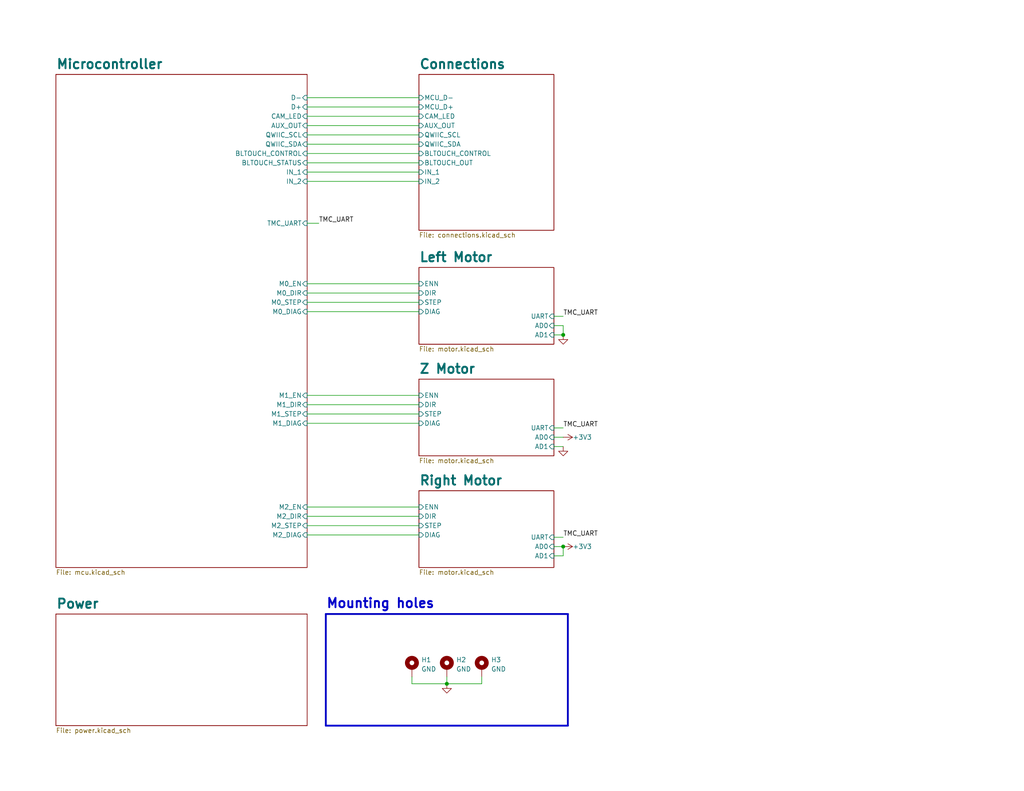
<source format=kicad_sch>
(kicad_sch (version 20211123) (generator eeschema)
  (paper "USLetter")
  (title_block (title "Candela Head") (date "2022-07-27") (rev "v1") (company "Winterbloom") (comment 1 "Alethea Flowers") (comment 2 "CERN-OHL-P V2"))
  (lib_symbols
    (symbol "Mechanical:MountingHole_Pad" (pin_numbers hide) (pin_names (offset 1.016) hide)
      (property "Reference" "H" (at 0 6.35 0))
      (property "Value" "MountingHole_Pad" (at 0 4.445 0))
      (symbol "MountingHole_Pad_0_1"
        (circle (center 0 1.27) (radius 1.27) (stroke (width 1.27)))
      )
      (symbol "MountingHole_Pad_1_1"
        (pin input line (at 0 -2.54 90) (length 2.54) (name "1") (number "1"))
      )
    )
    (symbol "power:+3V3" (power) (pin_names (offset 0))
      (property "Value" "+3V3" (at 0 3.556 0))
      (symbol "+3V3_0_1"
        (polyline (pts (xy -0.762 1.27) (xy 0 2.54)))
        (polyline (pts (xy 0 0) (xy 0 2.54)))
        (polyline (pts (xy 0 2.54) (xy 0.762 1.27)))
      )
      (symbol "+3V3_1_1"
        (pin power_in line (at 0 0 90) (length 0) hide (name "+3V3") (number "1"))
      )
    )
    (symbol "power:GND" (power) (pin_names (offset 0))
      (property "Value" "GND" (at 0 -3.81 0))
      (symbol "GND_0_1"
        (polyline (pts (xy 0 0) (xy 0 -1.27) (xy 1.27 -1.27) (xy 0 -2.54) (xy -1.27 -1.27) (xy 0 -1.27)))
      )
      (symbol "GND_1_1"
        (pin power_in line (at 0 0 270) (length 0) hide (name "GND") (number "1"))
      )
    )
  )
  (junction (at 121.92 186.69))
  (junction (at 153.67 91.44))
  (junction (at 153.67 149.225))
  (wire (pts (xy 83.82 85.09) (xy 114.3 85.09)))
  (wire (pts (xy 151.13 121.92) (xy 153.67 121.92)))
  (wire (pts (xy 83.82 31.75) (xy 114.3 31.75)))
  (wire (pts (xy 83.82 26.67) (xy 114.3 26.67)))
  (wire (pts (xy 83.82 115.57) (xy 114.3 115.57)))
  (wire (pts (xy 83.82 44.45) (xy 114.3 44.45)))
  (polyline (pts (xy 88.9 167.64) (xy 154.94 167.64)) (stroke (width 0.5) (type solid)))
  (wire (pts (xy 83.82 80.01) (xy 114.3 80.01)))
  (wire (pts (xy 121.92 186.69) (xy 131.445 186.69)))
  (wire (pts (xy 112.395 186.69) (xy 112.395 184.785)))
  (wire (pts (xy 151.13 151.765) (xy 153.67 151.765)))
  (wire (pts (xy 83.82 140.97) (xy 114.3 140.97)))
  (wire (pts (xy 83.82 77.47) (xy 114.3 77.47)))
  (wire (pts (xy 151.13 116.84) (xy 153.67 116.84)))
  (wire (pts (xy 83.82 41.91) (xy 114.3 41.91)))
  (wire (pts (xy 83.82 36.83) (xy 114.3 36.83)))
  (wire (pts (xy 83.82 143.51) (xy 114.3 143.51)))
  (wire (pts (xy 83.82 107.95) (xy 114.3 107.95)))
  (wire (pts (xy 83.82 60.96) (xy 86.995 60.96)))
  (polyline (pts (xy 88.9 167.64) (xy 88.9 198.12)) (stroke (width 0.5) (type solid)))
  (wire (pts (xy 83.82 29.21) (xy 114.3 29.21)))
  (polyline (pts (xy 154.94 167.64) (xy 154.94 198.12)) (stroke (width 0.5) (type solid)))
  (wire (pts (xy 151.13 149.225) (xy 153.67 149.225)))
  (wire (pts (xy 83.82 39.37) (xy 114.3 39.37)))
  (wire (pts (xy 83.82 138.43) (xy 114.3 138.43)))
  (wire (pts (xy 151.13 91.44) (xy 153.67 91.44)))
  (wire (pts (xy 83.82 82.55) (xy 114.3 82.55)))
  (wire (pts (xy 151.13 86.36) (xy 153.67 86.36)))
  (wire (pts (xy 151.13 119.38) (xy 153.67 119.38)))
  (wire (pts (xy 131.445 184.785) (xy 131.445 186.69)))
  (wire (pts (xy 151.13 88.9) (xy 153.67 88.9)))
  (wire (pts (xy 121.92 184.785) (xy 121.92 186.69)))
  (wire (pts (xy 83.82 49.53) (xy 114.3 49.53)))
  (polyline (pts (xy 154.94 198.12) (xy 88.9 198.12)) (stroke (width 0.5) (type solid)))
  (wire (pts (xy 121.92 186.69) (xy 112.395 186.69)))
  (wire (pts (xy 153.67 88.9) (xy 153.67 91.44)))
  (wire (pts (xy 151.13 146.685) (xy 153.67 146.685)))
  (wire (pts (xy 83.82 110.49) (xy 114.3 110.49)))
  (wire (pts (xy 83.82 113.03) (xy 114.3 113.03)))
  (wire (pts (xy 83.82 46.99) (xy 114.3 46.99)))
  (wire (pts (xy 83.82 146.05) (xy 114.3 146.05)))
  (wire (pts (xy 83.82 34.29) (xy 114.3 34.29)))
  (wire (pts (xy 153.67 149.225) (xy 153.67 151.765)))
  (text "Mounting holes\n" (at 88.9 166.37 0) (effects (font (size 2.54 2.54) (thickness 0.508) bold) (justify left bottom)))
  (label "TMC_UART" (at 86.995 60.96 0))
  (label "TMC_UART" (at 153.67 86.36 0))
  (label "TMC_UART" (at 153.67 116.84 0))
  (label "TMC_UART" (at 153.67 146.685 0))
  (symbol (lib_id "power:GND") (at 153.67 121.92 0) (unit 1)
    (property "Reference" "#PWR0101" (effects hide))
    (property "Value" "GND" (effects hide))
  )
  (symbol (lib_id "Mechanical:MountingHole_Pad") (at 131.445 182.245 0) (unit 1)
    (property "Reference" "H3" (at 133.985 180.1403 0) (effects (justify left)))
    (property "Value" "GND" (at 133.985 182.6772 0) (effects (justify left)))
    (property "Footprint" "MountingHole:MountingHole_3mm_Pad" (effects hide))
    (property "mpn" "n/a" (effects hide))
  )
  (symbol (lib_id "Mechanical:MountingHole_Pad") (at 121.92 182.245 0) (unit 1)
    (property "Reference" "H2" (at 124.46 180.1403 0) (effects (justify left)))
    (property "Value" "GND" (at 124.46 182.6772 0) (effects (justify left)))
    (property "Footprint" "MountingHole:MountingHole_3mm_Pad" (effects hide))
    (property "mpn" "n/a" (effects hide))
  )
  (symbol (lib_id "Mechanical:MountingHole_Pad") (at 112.395 182.245 0) (unit 1)
    (property "Reference" "H1" (at 114.935 180.1403 0) (effects (justify left)))
    (property "Value" "GND" (at 114.935 182.6772 0) (effects (justify left)))
    (property "Footprint" "MountingHole:MountingHole_3mm_Pad" (effects hide))
    (property "mpn" "n/a" (effects hide))
  )
  (symbol (lib_id "power:GND") (at 153.67 91.44 0) (unit 1)
    (property "Reference" "#PWR0104" (effects hide))
    (property "Value" "GND" (effects hide))
  )
  (symbol (lib_id "power:GND") (at 121.92 186.69 0) (unit 1)
    (property "Reference" "#PWR01" (effects hide))
    (property "Value" "GND" (effects hide))
  )
  (symbol (lib_id "power:+3V3") (at 153.67 149.225 270) (unit 1)
    (property "Reference" "#PWR0102" (effects hide))
    (property "Value" "+3V3" (at 156.21 149.225 90) (effects (justify left)))
  )
  (symbol (lib_id "power:+3V3") (at 153.67 119.38 270) (unit 1)
    (property "Reference" "#PWR0103" (effects hide))
    (property "Value" "+3V3" (at 156.21 119.38 90) (effects (justify left)))
  )
  (sheet (at 114.3 103.505) (size 36.83 20.955) (stroke (width 0.1524))
    (property "Sheet name" "Z Motor" (at 114.3 102.1584 0) (effects (font (size 2.54 2.54) bold) (justify left bottom)))
    (property "Sheet file" "motor.kicad_sch" (at 114.3 125.0446 0) (effects (justify left top)))
    (pin "UART" input (at 151.13 116.84 0))
    (pin "ENN" input (at 114.3 107.95 180))
    (pin "DIR" input (at 114.3 110.49 180))
    (pin "STEP" input (at 114.3 113.03 180))
    (pin "AD0" input (at 151.13 119.38 0))
    (pin "AD1" input (at 151.13 121.92 0))
    (pin "DIAG" input (at 114.3 115.57 180))
  )
  (sheet (at 114.3 20.32) (size 36.83 42.545) (stroke (width 0.1524))
    (property "Sheet name" "Connections" (at 114.3 18.9734 0) (effects (font (size 2.54 2.54) bold) (justify left bottom)))
    (property "Sheet file" "connections.kicad_sch" (at 114.3 63.4496 0) (effects (justify left top)))
    (pin "MCU_D+" input (at 114.3 29.21 180))
    (pin "MCU_D-" input (at 114.3 26.67 180))
    (pin "CAM_LED" input (at 114.3 31.75 180))
    (pin "AUX_OUT" input (at 114.3 34.29 180))
    (pin "QWIIC_SCL" input (at 114.3 36.83 180))
    (pin "QWIIC_SDA" input (at 114.3 39.37 180))
    (pin "BLTOUCH_CONTROL" input (at 114.3 41.91 180))
    (pin "BLTOUCH_OUT" input (at 114.3 44.45 180))
    (pin "IN_1" input (at 114.3 46.99 180))
    (pin "IN_2" input (at 114.3 49.53 180))
  )
  (sheet (at 114.3 133.985) (size 36.83 20.955) (stroke (width 0.1524))
    (property "Sheet name" "Right Motor" (at 114.3 132.6384 0) (effects (font (size 2.54 2.54) bold) (justify left bottom)))
    (property "Sheet file" "motor.kicad_sch" (at 114.3 155.5246 0) (effects (justify left top)))
    (pin "UART" input (at 151.13 146.685 0))
    (pin "ENN" input (at 114.3 138.43 180))
    (pin "DIR" input (at 114.3 140.97 180))
    (pin "STEP" input (at 114.3 143.51 180))
    (pin "AD0" input (at 151.13 149.225 0))
    (pin "AD1" input (at 151.13 151.765 0))
    (pin "DIAG" input (at 114.3 146.05 180))
  )
  (sheet (at 15.24 167.64) (size 68.58 30.48) (stroke (width 0.1524))
    (property "Sheet name" "Power" (at 15.24 166.2934 0) (effects (font (size 2.54 2.54) bold) (justify left bottom)))
    (property "Sheet file" "power.kicad_sch" (at 15.24 198.7046 0) (effects (justify left top)))
  )
  (sheet (at 15.24 20.32) (size 68.58 134.62)
    (property "Sheet name" "Microcontroller" (at 15.24 18.9734 0) (effects (font (size 2.54 2.54) bold) (justify left bottom)))
    (property "Sheet file" "mcu.kicad_sch" (at 15.24 155.5246 0) (effects (justify left top)))
    (pin "M1_DIAG" input (at 83.82 115.57 0))
    (pin "M2_EN" input (at 83.82 138.43 0))
    (pin "M2_DIR" input (at 83.82 140.97 0))
    (pin "M2_STEP" input (at 83.82 143.51 0))
    (pin "M2_DIAG" input (at 83.82 146.05 0))
    (pin "M1_STEP" input (at 83.82 113.03 0))
    (pin "M1_DIR" input (at 83.82 110.49 0))
    (pin "M1_EN" input (at 83.82 107.95 0))
    (pin "D+" input (at 83.82 29.21 0))
    (pin "D-" input (at 83.82 26.67 0))
    (pin "M0_EN" input (at 83.82 77.47 0))
    (pin "M0_DIR" input (at 83.82 80.01 0))
    (pin "M0_STEP" input (at 83.82 82.55 0))
    (pin "M0_DIAG" input (at 83.82 85.09 0))
    (pin "TMC_UART" input (at 83.82 60.96 0))
    (pin "QWIIC_SDA" input (at 83.82 39.37 0))
    (pin "QWIIC_SCL" input (at 83.82 36.83 0))
    (pin "CAM_LED" input (at 83.82 31.75 0))
    (pin "AUX_OUT" input (at 83.82 34.29 0))
    (pin "BLTOUCH_CONTROL" input (at 83.82 41.91 0))
    (pin "BLTOUCH_STATUS" input (at 83.82 44.45 0))
    (pin "IN_1" input (at 83.82 46.99 0))
    (pin "IN_2" input (at 83.82 49.53 0))
  )
  (sheet (at 114.3 73.025) (size 36.83 20.955) (stroke (width 0.1524))
    (property "Sheet name" "Left Motor" (at 114.3 71.6784 0) (effects (font (size 2.54 2.54) bold) (justify left bottom)))
    (property "Sheet file" "motor.kicad_sch" (at 114.3 94.5646 0) (effects (justify left top)))
    (pin "UART" input (at 151.13 86.36 0))
    (pin "ENN" input (at 114.3 77.47 180))
    (pin "DIR" input (at 114.3 80.01 180))
    (pin "STEP" input (at 114.3 82.55 180))
    (pin "AD0" input (at 151.13 88.9 0))
    (pin "AD1" input (at 151.13 91.44 0))
    (pin "DIAG" input (at 114.3 85.09 180))
  )
)
</source>
